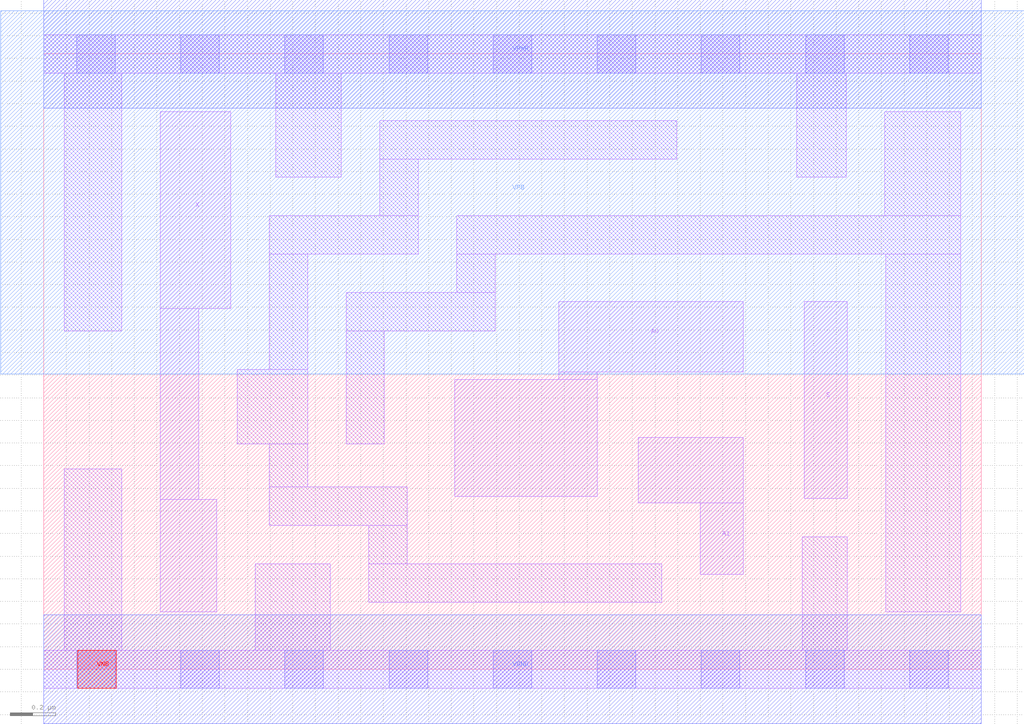
<source format=lef>
# Copyright 2020 The SkyWater PDK Authors
#
# Licensed under the Apache License, Version 2.0 (the "License");
# you may not use this file except in compliance with the License.
# You may obtain a copy of the License at
#
#     https://www.apache.org/licenses/LICENSE-2.0
#
# Unless required by applicable law or agreed to in writing, software
# distributed under the License is distributed on an "AS IS" BASIS,
# WITHOUT WARRANTIES OR CONDITIONS OF ANY KIND, either express or implied.
# See the License for the specific language governing permissions and
# limitations under the License.
#
# SPDX-License-Identifier: Apache-2.0

VERSION 5.7 ;
  NOWIREEXTENSIONATPIN ON ;
  DIVIDERCHAR "/" ;
  BUSBITCHARS "[]" ;
MACRO sky130_fd_sc_hd__mux2_2
  CLASS CORE ;
  FOREIGN sky130_fd_sc_hd__mux2_2 ;
  ORIGIN  0.000000  0.000000 ;
  SIZE  4.140000 BY  2.720000 ;
  SYMMETRY X Y R90 ;
  SITE unithd ;
  PIN A0
    ANTENNAGATEAREA  0.159000 ;
    DIRECTION INPUT ;
    USE SIGNAL ;
    PORT
      LAYER li1 ;
        RECT 1.815000 0.765000 2.445000 1.280000 ;
        RECT 2.275000 1.280000 2.445000 1.315000 ;
        RECT 2.275000 1.315000 3.090000 1.625000 ;
    END
  END A0
  PIN A1
    ANTENNAGATEAREA  0.159000 ;
    DIRECTION INPUT ;
    USE SIGNAL ;
    PORT
      LAYER li1 ;
        RECT 2.625000 0.735000 3.090000 1.025000 ;
        RECT 2.900000 0.420000 3.090000 0.735000 ;
    END
  END A1
  PIN S
    ANTENNAGATEAREA  0.318000 ;
    DIRECTION INPUT ;
    USE SIGNAL ;
    PORT
      LAYER li1 ;
        RECT 3.360000 0.755000 3.550000 1.625000 ;
    END
  END S
  PIN X
    ANTENNADIFFAREA  0.445500 ;
    DIRECTION OUTPUT ;
    USE SIGNAL ;
    PORT
      LAYER li1 ;
        RECT 0.515000 0.255000 0.765000 0.750000 ;
        RECT 0.515000 0.750000 0.685000 1.595000 ;
        RECT 0.515000 1.595000 0.825000 2.465000 ;
    END
  END X
  PIN VGND
    DIRECTION INOUT ;
    SHAPE ABUTMENT ;
    USE GROUND ;
    PORT
      LAYER met1 ;
        RECT 0.000000 -0.240000 4.140000 0.240000 ;
    END
  END VGND
  PIN VNB
    DIRECTION INOUT ;
    USE GROUND ;
    PORT
      LAYER pwell ;
        RECT 0.150000 -0.085000 0.320000 0.085000 ;
    END
  END VNB
  PIN VPB
    DIRECTION INOUT ;
    USE POWER ;
    PORT
      LAYER nwell ;
        RECT -0.190000 1.305000 4.330000 2.910000 ;
    END
  END VPB
  PIN VPWR
    DIRECTION INOUT ;
    SHAPE ABUTMENT ;
    USE POWER ;
    PORT
      LAYER met1 ;
        RECT 0.000000 2.480000 4.140000 2.960000 ;
    END
  END VPWR
  OBS
    LAYER li1 ;
      RECT 0.000000 -0.085000 4.140000 0.085000 ;
      RECT 0.000000  2.635000 4.140000 2.805000 ;
      RECT 0.090000  0.085000 0.345000 0.885000 ;
      RECT 0.090000  1.495000 0.345000 2.635000 ;
      RECT 0.855000  0.995000 1.165000 1.325000 ;
      RECT 0.935000  0.085000 1.265000 0.465000 ;
      RECT 0.995000  0.635000 1.605000 0.805000 ;
      RECT 0.995000  0.805000 1.165000 0.995000 ;
      RECT 0.995000  1.325000 1.165000 1.835000 ;
      RECT 0.995000  1.835000 1.655000 2.005000 ;
      RECT 1.025000  2.175000 1.315000 2.635000 ;
      RECT 1.335000  0.995000 1.505000 1.495000 ;
      RECT 1.335000  1.495000 1.995000 1.665000 ;
      RECT 1.435000  0.295000 2.730000 0.465000 ;
      RECT 1.435000  0.465000 1.605000 0.635000 ;
      RECT 1.485000  2.005000 1.655000 2.255000 ;
      RECT 1.485000  2.255000 2.795000 2.425000 ;
      RECT 1.825000  1.665000 1.995000 1.835000 ;
      RECT 1.825000  1.835000 4.050000 2.005000 ;
      RECT 3.325000  2.175000 3.545000 2.635000 ;
      RECT 3.350000  0.085000 3.550000 0.585000 ;
      RECT 3.715000  2.005000 4.050000 2.465000 ;
      RECT 3.720000  0.255000 4.050000 1.835000 ;
    LAYER mcon ;
      RECT 0.145000 -0.085000 0.315000 0.085000 ;
      RECT 0.145000  2.635000 0.315000 2.805000 ;
      RECT 0.605000 -0.085000 0.775000 0.085000 ;
      RECT 0.605000  2.635000 0.775000 2.805000 ;
      RECT 1.065000 -0.085000 1.235000 0.085000 ;
      RECT 1.065000  2.635000 1.235000 2.805000 ;
      RECT 1.525000 -0.085000 1.695000 0.085000 ;
      RECT 1.525000  2.635000 1.695000 2.805000 ;
      RECT 1.985000 -0.085000 2.155000 0.085000 ;
      RECT 1.985000  2.635000 2.155000 2.805000 ;
      RECT 2.445000 -0.085000 2.615000 0.085000 ;
      RECT 2.445000  2.635000 2.615000 2.805000 ;
      RECT 2.905000 -0.085000 3.075000 0.085000 ;
      RECT 2.905000  2.635000 3.075000 2.805000 ;
      RECT 3.365000 -0.085000 3.535000 0.085000 ;
      RECT 3.365000  2.635000 3.535000 2.805000 ;
      RECT 3.825000 -0.085000 3.995000 0.085000 ;
      RECT 3.825000  2.635000 3.995000 2.805000 ;
  END
END sky130_fd_sc_hd__mux2_2
END LIBRARY

</source>
